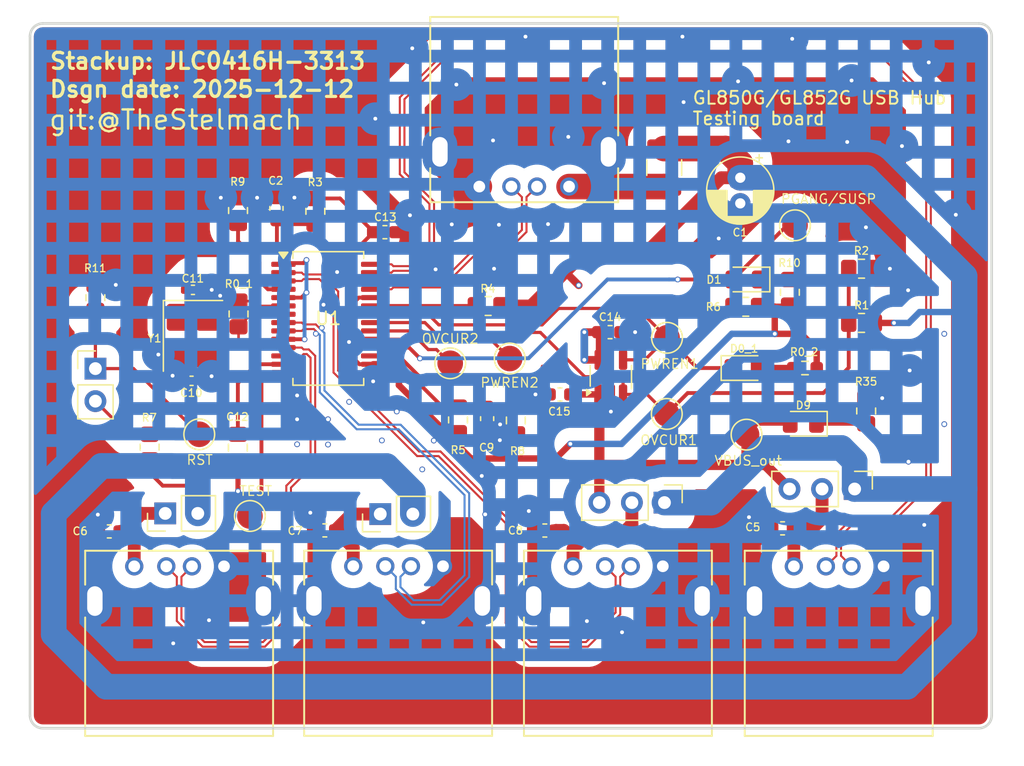
<source format=kicad_pcb>
(kicad_pcb (version 20241229) (generator "pcbnew") (generator_version "9.0")
  (layers (0 "F.Cu" signal) (4 "In1.Cu" power) (6 "In2.Cu" power) (2 "B.Cu" signal) (13 "F.Paste" user) (15 "B.Paste" user) (5 "F.SilkS" user "F.Silkscreen") (7 "B.SilkS" user "B.Silkscreen") (1 "F.Mask" user) (3 "B.Mask" user) (25 "Edge.Cuts" user))
  (net 0 "")
  (net 1 "/HSE_out")
  (net 2 "GND")
  (net 3 "/HSE_in")
  (net 4 "+5V")
  (net 5 "Net-(U1-V5)")
  (net 6 "Net-(C2-Pad2)")
  (net 7 "+3V3")
  (net 8 "3V")
  (net 9 "/RST")
  (net 10 "/PWREN1")
  (net 11 "Net-(D0_1-A)")
  (net 12 "Net-(D1-K)")
  (net 13 "Net-(J1-VBUS)")
  (net 14 "/D0P")
  (net 15 "/D0N")
  (net 16 "/D1N")
  (net 17 "/D1P")
  (net 18 "/D2N")
  (net 19 "/PGANG{slash}SUSP")
  (net 20 "/D2P")
  (net 21 "/D3N")
  (net 22 "/D3P")
  (net 23 "/D4N")
  (net 24 "/D4P")
  (net 25 "/OVCUR1")
  (net 26 "/RREF")
  (net 27 "Net-(U1-TEST{slash}SCL)")
  (net 28 "/PWREN2")
  (net 29 "/OVCUR2")
  (net 30 "Net-(J2-VBUS)")
  (net 31 "Net-(J3-VBUS)")
  (net 32 "Net-(J4-VBUS)")
  (net 33 "Net-(J5-VBUS)")
  (net 34 "VBUS_out")
  (net 35 "Net-(D9-K)")
  (net 36 "Net-(J10-Pin_2)")
  (footprint "LED_SMD:LED_0805_2012Metric_Pad1.15x1.40mm_HandSolder" (layer "F.Cu") (at 170.1375 83.48 180)
    (property "Reference" "D1")
    (property "Value" "LED")
  )
  (footprint "Connector_PinHeader_2.54mm:PinHeader_1x03_P2.54mm_Vertical" (layer "F.Cu") (at 178.61 99.83 -90)
    (property "Reference" "J6" (hide yes))
    (property "Value" "Conn_01x03_Pin")
  )
  (footprint "Resistor_SMD:R_0805_2012Metric_Pad1.20x1.40mm_HandSolder" (layer "F.Cu") (at 123.63 96.56 90)
    (property "Reference" "R7")
    (property "Value" "10k")
  )
  (footprint "Resistor_SMD:R_0805_2012Metric_Pad1.20x1.40mm_HandSolder" (layer "F.Cu") (at 179.51 93.74 90)
    (property "Reference" "R35")
    (property "Value" "500")
  )
  (footprint "My_Library:USB_A_2.0" (layer "F.Cu") (at 143.009299 105.855151)
    (property "Reference" "J4" (hide yes))
    (property "Value" "USB_A" (hide yes))
  )
  (footprint "Resistor_SMD:R_0805_2012Metric_Pad1.20x1.40mm_HandSolder" (layer "F.Cu") (at 173.56 84.48 -90)
    (property "Reference" "R10")
    (property "Value" "1k")
  )
  (footprint "Capacitor_SMD:C_0603_1608Metric_Pad1.08x0.95mm_HandSolder" (layer "F.Cu") (at 137.292501 103.06 180)
    (property "Reference" "C7")
    (property "Value" "100nF")
  )
  (footprint "Resistor_SMD:R_0805_2012Metric_Pad1.20x1.40mm_HandSolder" (layer "F.Cu") (at 179.15 82.64 180)
    (property "Reference" "R2")
    (property "Value" "20k")
  )
  (footprint "Resistor_SMD:R_0805_2012Metric_Pad1.20x1.40mm_HandSolder" (layer "F.Cu") (at 150.03 85.55)
    (property "Reference" "R4")
    (property "Value" "0")
  )
  (footprint "TestPoint:TestPoint_Pad_D2.0mm" (layer "F.Cu") (at 147.07 90.019998)
    (property "Reference" "TP7" (hide yes))
    (property "Value" "TestPoint")
  )
  (footprint "Connector_PinHeader_2.54mm:PinHeader_1x03_P2.54mm_Vertical" (layer "F.Cu") (at 163.78 100.89 -90)
    (property "Reference" "J9" (hide yes))
    (property "Value" "Conn_01x03_Pin")
  )
  (footprint "Connector_PinHeader_2.54mm:PinHeader_1x02_P2.54mm_Vertical" (layer "F.Cu") (at 141.6143 101.785151 90)
    (property "Reference" "J8" (hide yes))
    (property "Value" "Conn_01x02_Pin")
  )
  (footprint "Package_TO_SOT_SMD:SOT-23-5_HandSoldering" (layer "F.Cu") (at 159.6 91.1 90)
    (property "Reference" "U11" (hide yes))
    (property "Value" "AP2151WG")
  )
  (footprint "My_Library:USB_A_2.0" (layer "F.Cu") (at 125.929299 105.865151)
    (property "Reference" "J3" (hide yes))
    (property "Value" "USB_A" (hide yes))
  )
  (footprint "TestPoint:TestPoint_Pad_D2.0mm" (layer "F.Cu") (at 127.5 95.56 90)
    (property "Reference" "TP8" (hide yes))
    (property "Value" "TestPoint")
  )
  (footprint "TestPoint:TestPoint_Pad_D2.0mm" (layer "F.Cu") (at 163.96 93.97)
    (property "Reference" "TP5" (hide yes))
    (property "Value" "TestPoint")
  )
  (footprint "Resistor_SMD:R_0805_2012Metric_Pad1.20x1.40mm_HandSolder" (layer "F.Cu") (at 147.68 94.44 -90)
    (property "Reference" "R5")
    (property "Value" "0")
  )
  (footprint "Capacitor_SMD:C_0603_1608Metric_Pad1.08x0.95mm_HandSolder" (layer "F.Cu") (at 172.99 102.9)
    (property "Reference" "C5")
    (property "Value" "100nF")
  )
  (footprint "Capacitor_SMD:C_0603_1608Metric_Pad1.08x0.95mm_HandSolder" (layer "F.Cu") (at 159.5375 87.589999)
    (property "Reference" "C14")
    (property "Value" "2.2uF")
  )
  (footprint "Package_SO:SSOP-28_5.3x10.2mm_P0.65mm" (layer "F.Cu") (at 137.564179 86.519728)
    (property "Reference" "U1")
    (property "Value" "GL850G")
  )
  (footprint "LED_SMD:LED_0805_2012Metric_Pad1.15x1.40mm_HandSolder" (layer "F.Cu") (at 170.0625 90.39)
    (property "Reference" "D0_1")
    (property "Value" "LED")
  )
  (footprint "Capacitor_SMD:C_0603_1608Metric_Pad1.08x0.95mm_HandSolder" (layer "F.Cu") (at 149.95 94.34 -90)
    (property "Reference" "C9")
    (property "Value" "100nF")
  )
  (footprint "Resistor_SMD:R_0805_2012Metric_Pad1.20x1.40mm_HandSolder" (layer "F.Cu") (at 130.564179 86.169728 90)
    (property "Reference" "R0_1")
    (property "Value" "1M")
  )
  (footprint "Capacitor_SMD:C_0402_1005Metric_Pad0.74x0.62mm_HandSolder" (layer "F.Cu") (at 127.0075 84.29)
    (property "Reference" "C11")
    (property "Value" "12pF")
  )
  (footprint "Resistor_SMD:R_0805_2012Metric_Pad1.20x1.40mm_HandSolder" (layer "F.Cu") (at 170.12 85.61 180)
    (property "Reference" "R6")
    (property "Value" "100k")
  )
  (footprint "Resistor_SMD:R_0805_2012Metric_Pad1.20x1.40mm_HandSolder" (layer "F.Cu") (at 119.4 84.9 -90)
    (property "Reference" "R11")
    (property "Value" "100k")
  )
  (footprint "Connector_PinHeader_2.54mm:PinHeader_1x02_P2.54mm_Vertical" (layer "F.Cu") (at 124.8443 101.734451 90)
    (property "Reference" "J7" (hide yes))
    (property "Value" "Conn_01x02_Pin")
  )
  (footprint "TestPoint:TestPoint_Pad_D2.0mm" (layer "F.Cu") (at 163.98 88.03 180)
    (property "Reference" "TP4" (hide yes))
    (property "Value" "TestPoint")
  )
  (footprint "TestPoint:TestPoint_Pad_D2.0mm" (layer "F.Cu") (at 151.71 89.65)
    (property "Reference" "TP6" (hide yes))
    (property "Value" "TestPoint")
  )
  (footprint "Resistor_SMD:R_0805_2012Metric_Pad1.20x1.40mm_HandSolder" (layer "F.Cu") (at 179.15 86.87)
    (property "Reference" "R1")
    (property "Value" "10k")
  )
  (footprint "Capacitor_SMD:C_0603_1608Metric_Pad1.08x0.95mm_HandSolder" (layer "F.Cu") (at 120.482501 103.14 180)
    (property "Reference" "C6")
    (property "Value" "100nF")
  )
  (footprint "My_Library:USB_A_2.0" (layer "F.Cu") (at 177.369299 105.865151)
    (property "Reference" "J2" (hide yes))
    (property "Value" "USB_A" (hide yes))
  )
  (footprint "Resistor_SMD:R_0603_1608Metric_Pad0.98x0.95mm_HandSolder" (layer "F.Cu") (at 174.74 90.39 180)
    (property "Reference" "R0_2")
    (property "Value" "100k")
  )
  (footprint "My_Library:USB_A_2.0" (layer "F.Cu") (at 152.840001 76.2293 180)
    (property "Reference" "J1" (hide yes))
    (property "Value" "USB_A" (hide yes))
  )
  (footprint "Fuse:Fuse_1210_3225Metric_Pad1.42x2.65mm_HandSolder" (layer "F.Cu") (at 163.76 74.75 90)
    (property "Reference" "F1" (hide yes))
    (property "Value" "Fuse_Small")
  )
  (footprint "Resistor_SMD:R_0805_2012Metric_Pad1.20x1.40mm_HandSolder" (layer "F.Cu") (at 136.554179 78.159728 -90)
    (property "Reference" "R3")
    (property "Value" "0")
  )
  (footprint "Capacitor_SMD:C_0603_1608Metric_Pad1.08x0.95mm_HandSolder" (layer "F.Cu") (at 133.52 77.93 -90)
    (property "Reference" "C2")
    (property "Value" "100nF")
  )
  (footprint "Capacitor_SMD:C_0603_1608Metric_Pad1.08x0.95mm_HandSolder" (layer "F.Cu") (at 154.45 103.07 180)
    (property "Reference" "C8")
    (property "Value" "100nF")
  )
  (footprint "TestPoint:TestPoint_Pad_D2.0mm" (layer "F.Cu") (at 173.96 79.25)
    (property "Reference" "TP3" (hide yes))
    (property "Value" "TestPoint")
  )
  (footprint "TestPoint:TestPoint_Pad_D2.0mm" (layer "F.Cu") (at 131.449299 101.935151 90)
    (property "Reference" "TP1" (hide yes))
    (property "Value" "TestPoint")
  )
  (footprint "Capacitor_THT:CP_Radial_D5.0mm_P2.00mm" (layer "F.Cu") (at 169.69 75.539999 -90)
    (property "Reference" "C1")
    (property "Value" "100uF")
  )
  (footprint "LED_SMD:LED_0805_2012Metric_Pad1.15x1.40mm_HandSolder" (layer "F.Cu") (at 174.61 94.74 180)
    (property "Reference" "D9")
    (property "Value" "LED")
  )
  (footprint "My_Library:USB_A_2.0" (layer "F.Cu") (at 160.149999 105.86)
    (property "Reference" "J5" (hide yes))
    (property "Value" "USB_A" (hide yes))
  )
  (footprint "Capacitor_SMD:C_0805_2012Metric_Pad1.18x1.45mm_HandSolder" (layer "F.Cu") (at 130.51 96.6 -90)
    (property "Reference" "C12")
    (property "Value" "100nF")
  )
  (footprint "TestPoint:TestPoint_Pad_D2.0mm" (layer "F.Cu") (at 170.18 95.59)
    (property "Reference" "TP2" (hide yes))
    (property "Value" "TestPoint")
  )
  (footprint "Capacitor_SMD:C_0805_2012Metric_Pad1.18x1.45mm_HandSolder" (layer "F.Cu") (at 152.19 94.48 -90)
    (property "Reference" "R8")
    (property "Value" "?")
  )
  (footprint "Capacitor_SMD:C_0402_1005Metric_Pad0.74x0.62mm_HandSolder" (layer "F.Cu") (at 126.9 91.39 180)
    (property "Reference" "C10")
    (property "Value" "12pF")
  )
  (footprint "Capacitor_SMD:C_0603_1608Metric_Pad1.08x0.95mm_HandSolder" (layer "F.Cu") (at 141.9775 79.79)
    (property "Reference" "C13")
    (property "Value" "100nF")
  )
  (footprint "Connector_PinHeader_2.54mm:PinHeader_1x02_P2.54mm_Vertical" (layer "F.Cu") (at 119.4 90.435)
    (property "Reference" "J10" (hide yes))
    (property "Value" "Conn_01x02_Pin")
  )
  (footprint "Resistor_SMD:R_0805_2012Metric_Pad1.20x1.40mm_HandSolder" (layer "F.Cu") (at 130.524179 78.099728 -90)
    (property "Reference" "R9")
    (property "Value" "680")
  )
  (footprint "Capacitor_SMD:C_0603_1608Metric_Pad1.08x0.95mm_HandSolder" (layer "F.Cu") (at 155.63 92.45 180)
    (property "Reference" "C15")
    (property "Value" "2.2uF")
  )
  (footprint "Crystal:Crystal_SMD_3225-4Pin_3.2x2.5mm_HandSoldering" (layer "F.Cu") (at 127.01 87.88 -90)
    (property "Reference" "Y1")
    (property "Value" "12MHz")
  )
  (gr_arc (start 114.3 64.5) (mid 114.592893 63.792893) (end 115.3 63.5) (stroke (width 0.2)) (layer "Edge.Cuts"))
  (gr_line (start 115.3 63.5) (end 188.3 63.5) (stroke (width 0.2)) (layer "Edge.Cuts"))
  (gr_line (start 188.3 118.5) (end 115.3 118.5) (stroke (width 0.2)) (layer "Edge.Cuts"))
  (gr_line (start 114.3 117.5) (end 114.3 64.5) (stroke (width 0.2)) (layer "Edge.Cuts"))
  (gr_line (start 189.3 64.5) (end 189.3 117.5) (stroke (width 0.2)) (layer "Edge.Cuts"))
  (gr_arc (start 115.3 118.5) (mid 114.592893 118.207107) (end 114.3 117.5) (stroke (width 0.2)) (layer "Edge.Cuts"))
  (gr_arc (start 189.3 117.5) (mid 189.007107 118.207107) (end 188.3 118.5) (stroke (width 0.2)) (layer "Edge.Cuts"))
  (gr_arc (start 188.3 63.5) (mid 189.007107 63.792893) (end 189.3 64.5) (stroke (width 0.2)) (layer "Edge.Cuts"))
  (gr_text "OVCUR2" (at 144.79 88.55 0) (layer "F.SilkS") (effects (font (size 0.75 0.75) (thickness 0.1)) (justify left bottom)))
  (gr_text "PWREN2" (at 149.37 91.97 0) (layer "F.SilkS") (effects (font (size 0.75 0.75) (thickness 0.1)) (justify left bottom)))
  (gr_text "git:@TheStelmach" (at 115.68 71.9 0) (layer "F.SilkS") (effects (font (size 1.5 1.5) (thickness 0.1875)) (justify left bottom)))
  (gr_text "RST" (at 126.45 98 0) (layer "F.SilkS") (effects (font (size 0.75 0.75) (thickness 0.1)) (justify left bottom)))
  (gr_text "PGANG/SUSP" (at 172.8 77.64 0) (layer "F.SilkS") (effects (font (size 0.75 0.75) (thickness 0.1)) (justify left bottom)))
  (gr_text "TEST" (at 130.57 100.42 0) (layer "F.SilkS") (effects (font (size 0.75 0.75) (thickness 0.1)) (justify left bottom)))
  (gr_text "GL850G/GL852G USB Hub \nTesting board" (at 165.89 71.5 0) (layer "F.SilkS") (effects (font (size 1 1)) (justify left bottom)))
  (gr_text "Dsgn date: 2025-12-12" (at 115.71 69.36 0) (layer "F.SilkS") (effects (font (size 1.25 1.25) (thickness 0.25) (bold yes)) (justify left bottom)))
  (gr_text "Stackup: JLC0416H-3313" (at 115.73 67.17 0) (layer "F.SilkS") (effects (font (size 1.25 1.25) (thickness 0.25) (bold yes)) (justify left bottom)))
  (gr_text "OVCUR1" (at 161.83 96.46 0) (layer "F.SilkS") (effects (font (size 0.75 0.75) (thickness 0.1)) (justify left bottom)))
  (gr_text "PWREN1" (at 161.85 90.51 0) (layer "F.SilkS") (effects (font (size 0.75 0.75) (thickness 0.1)) (justify left bottom)))
  (gr_text "VBUS_out" (at 167.62 98.06 0) (layer "F.SilkS") (effects (font (size 0.75 0.75) (thickness 0.1)) (justify left bottom)))
  (segment (start 134.064179 86.194728) (end 131.539179 86.194728) (width 0.2) (layer "F.Cu") (net 1))
  (segment (start 129.37 89.33) (end 128.16 89.33) (width 0.2) (layer "F.Cu") (net 1))
  (segment (start 130.564179 87.169728) (end 130.564179 88.135821) (width 0.2) (layer "F.Cu") (net 1))
  (segment (start 131.539179 86.194728) (end 130.564179 87.169728) (width 0.2) (layer "F.Cu") (net 1))
  (segment (start 127.4675 91.39) (end 127.4675 90.0225) (width 0.2) (layer "F.Cu") (net 1))
  (segment (start 127.4675 90.0225) (end 128.16 89.33) (width 0.2) (layer "F.Cu") (net 1))
  (segment (start 130.564179 88.135821) (end 129.37 89.33) (width 0.2) (layer "F.Cu") (net 1))
  (segment (start 125.42 90.99) (end 125.86 90.55) (width 0.5) (layer "F.Cu") (net 2))
  (segment (start 181.36 82.64) (end 180.15 82.64) (width 0.4) (layer "F.Cu") (net 2))
  (segment (start 141.06 91.43) (end 141.06 90.748907) (width 0.4) (layer "F.Cu") (net 2))
  (segment (start 166.359999 108.57) (end 163.649999 105.86) (width 1) (layer "F.Cu") (net 2))
  (segment (start 136.4393 108.565151) (end 136.4393 103.062652) (width 1) (layer "F.Cu") (net 2))
  (segment (start 129.13 84.75) (end 129.13 85.46) (width 0.5) (layer "F.Cu") (net 2))
  (segment (start 128.55 84.69) (end 128.38 84.69) (width 0.5) (layer "F.Cu") (net 2))
  (segment (start 150.94 96.02) (end 151.29 96.02) (width 0.5) (layer "F.Cu") (net 2))
  (segment (start 150.5 95.28) (end 150.89 95.67) (width 0.5) (layer "F.Cu") (net 2))
  (segment (start 150.94 96.02) (end 150.767499 96.02) (width 0.5) (layer "F.Cu") (net 2))
  (segment (start 146.869299 105.855151) (end 149.579299 108.565151) (width 1) (layer "F.Cu") (net 2))
  (segment (start 143.93 78.47) (end 143.93 79.021407) (width 0.5) (layer "F.Cu") (net 2))
  (segment (start 153.62 101.97) (end 153.2 101.55) (width 0.4) (layer "F.Cu") (net 2))
  (segment (start 125.86 90.55) (end 125.86 91.35) (width 0.5) (layer "F.Cu") (net 2))
  (segment (start 129.789299 105.865151) (end 132.499299 108.575151) (width 1) (layer "F.Cu") (net 2))
  (segment (start 170.7993 104.006949) (end 171.901799 102.90445) (width 1) (layer "F.Cu") (net 2))
  (segment (start 125.86 91.35) (end 125.82 91.39) (width 0.5) (layer "F.Cu") (net 2))
  (segment (start 128.07 84.29) (end 128.47 84.29) (width 0.5) (layer "F.Cu") (net 2))
  (segment (start 151.29 96.02) (end 151.6875 96.02) (width 0.5) (layer "F.Cu") (net 2))
  (segment (start 166.719999 108.57) (end 166.359999 108.57) (width 1) (layer "F.Cu") (net 2))
  (segment (start 128.07 85.22) (end 127.95 85.34) (width 0.5) (layer "F.Cu") (net 2))
  (segment (start 151.29 95.21) (end 151.15 95.07) (width 0.5) (layer "F.Cu") (net 2))
  (segment (start 136.411799 103.035151) (end 136.411799 101.931799) (width 0.4) (layer "F.Cu") (net 2))
  (segment (start 127.575 85.845) (end 128.16 86.43) (width 0.5) (layer "F.Cu") (net 2))
  (segment (start 130.523907 77.1) (end 130.524179 77.099728) (width 0.5) (layer "F.Cu") (net 2))
  (segment (start 119.551799 103.124451) (end 119.551799 108.382652) (width 1) (layer "F.Cu") (net 2))
  (segment (start 150.95 95.27) (end 150.5 95.27) (width 0.5) (layer "F.Cu") (net 2))
  (segment (start 150.96 94.79) (end 150.362501 94.79) (width 0.5) (layer "F.Cu") (net 2))
  (segment (start 152.19 95.5175) (end 151.6775 95.5175) (width 0.4) (layer "F.Cu") (net 2))
  (segment (start 124.31 89.34) (end 125.85 89.34) (width 0.5) (layer "F.Cu") (net 2))
  (segment (start 152.19 95.5175) (end 151.7525 95.5175) (width 0.4) (layer "F.Cu") (net 2))
  (segment (start 129.13 85.46) (end 128.16 86.43) (width 0.5) (layer "F.Cu") (net 2))
  (segment (start 127.95 85.34) (end 128.76 85.34) (width 0.5) (layer "F.Cu") (net 2))
  (segment (start 153.58 103.1) (end 153.62 103.06) (width 1) (layer "F.Cu") (net 2))
  (segment (start 132.01 77.1) (end 130.524451 77.1) (width 0.5) (layer "F.Cu") (net 2))
  (segment (start 154.767499 92.45) (end 153.72 92.45) (width 0.4) (layer "F.Cu") (net 2))
  (segment (start 128.67 84.29) (end 129.13 84.75) (width 0.5) (layer "F.Cu") (net 2))
  (segment (start 119.551799 108.382652) (end 119.3593 108.575151) (width 1) (layer "F.Cu") (net 2))
  (segment (start 125.42 90.99) (end 125.42 89.77) (width 0.5) (layer "F.Cu") (net 2))
  (segment (start 130.52 100) (end 130.52 97.6475) (width 0.4) (layer "F.Cu") (net 2))
  (segment (start 161.49 87.59) (end 160.400001 87.589999) (width 0.4) (layer "F.Cu") (net 2))
  (segment (start 141.06 90.748907) (end 141.064179 90.744728) (width 0.4) (layer "F.Cu") (net 2))
  (segment (start 132.017772 77.092228) (end 132.01 77.1) (width 0.5) (layer "F.Cu") (net 2))
  (segment (start 180.76 92.74) (end 179.51 92.74) (width 0.4) (layer "F.Cu") (net 2))
  (segment (start 133.556407 77.09) (end 133.554179 77.092228) (width 0.5) (layer "F.Cu") (net 2))
  (segment (start 120.99 83.9) (end 119.4 83.9) (width 0.5) (layer "F.Cu") (net 2))
  (segment (start 146.509299 105.855151) (end 146.869299 105.855151) (width 1) (layer "F.Cu") (net 2))
  (segment (start 151.15 95.07) (end 150.95 95.27) (width 0.5) (layer "F.Cu") (net 2))
  (segment (start 180.869299 105.865151) (end 181.229299 105.865151) (width 1) (layer "F.Cu") (net 2))
  (segment (start 151.29 96.02) (end 151.29 95.21) (width 0.5) (layer "F.Cu") (net 2))
  (segment (start 181.229299 105.865151) (end 183.939299 108.575151) (width 1) (layer "F.Cu") (net 2))
  (segment (start 159.6 93.79) (end 159.6 92.45) (width 0.4) (layer "F.Cu") (net 2))
  (segment (start 126.3325 91.39) (end 125.82 91.39) (width 0.5) (layer "F.Cu") (net 2))
  (segment (start 136.4393 103.062652) (end 136.411799 103.035151) (width 1) (layer "F.Cu") (net 2))
  (segment (start 134.92 77.09) (end 133.556407 77.09) (width 0.5) (layer "F.Cu") (net 2))
  (segment (start 150.5 95.27) (end 150.5 95.28) (width 0.5) (layer "F.Cu") (net 2))
  (segment (start 153.62 103.06) (end 153.62 101.97) (width 0.4) (layer "F.Cu") (net 2))
  (segment (start 130.524451 77.1) (end 130.524179 77.099728) (width 0.5) (layer "F.Cu") (net 2))
  (segment (start 146.270001 73.5193) (end 146.630001 73.5193) (width 2) (layer "F.Cu") (net 2))
  (segment (start 151.4625 94.79) (end 152.19 95.5175) (width 0.5) (layer "F.Cu") (net 2))
  (segment (start 129.4293 105.865151) (end 129.789299 105.865151) (width 1) (layer "F.Cu") (net 2))
  (segment (start 150.767499 96.02) (end 149.95 95.202501) (width 0.5) (layer "F.Cu") (net 2))
  (segment (start 153.58 108.57) (end 153.58 103.1) (width 1) (layer "F.Cu") (net 2))
  (segment (start 128.69 84.83) (end 128.55 84.69) (width 0.5) (layer "F.Cu") (net 2))
  (segment (start 128.76 85.34) (end 128.76 84.9) (width 0.5) (layer "F.Cu") (net 2))
  (segment (start 150.362501 94.79) (end 149.95 95.202501) (width 0.5) (layer "F.Cu") (net 2))
  (segment (start 128.07 84.29) (end 128.07 85.22) (width 0.5) (layer "F.Cu") (net 2))
  (segment (start 128.47 84.29) (end 128.67 84.29) (width 0.5) (layer "F.Cu") (net 2))
  (segment (start 146.630001 73.5193) (end 149.340001 76.2293) (width 2) (layer "F.Cu") (net 2))
  (segment (start 119.59 103.08625) (end 119.551799 103.124451) (width 0.5) (layer "F.Cu") (net 2))
  (segment (start 136.411799 101.931799) (end 136.16 101.68) (width 0.4) (layer "F.Cu") (net 2))
  (segment (start 128.38 84.69) (end 128.38 84.97) (width 0.5) (layer "F.Cu") (net 2))
  (segment (start 171.901799 102.90445) (end 171.901799 102.731799) (width 0.4) (layer "F.Cu") (net 2))
  (segment (start 129.18 77.1) (end 130.523907 77.1) (width 0.5) (layer "F.Cu") (net 2))
  (segment (start 125.82 91.39) (end 125.42 90.99) (width 0.5) (layer "F.Cu") (net 2))
  (segment (start 125.42 89.77) (end 125.86 89.33) (width 0.5) (layer "F.Cu") (net 2))
  (segment (start 150.96 94.79) (end 151.4625 94.79) (width 0.5) (layer "F.Cu") (net 2))
  (segment (start 127.575 84.29) (end 128.07 84.29) (width 0.5) (layer "F.Cu") (net 2))
  (segment (start 119.59 101.83) (end 119.59 103.08625) (width 0.5) (layer "F.Cu") (net 2))
  (segment (start 151.6875 96.02) (end 152.19 95.5175) (width 0.5) (layer "F.Cu") (net 2))
  (segment (start 125.85 89.34) (end 125.86 89.33) (width 0.5) (layer "F.Cu") (net 2))
  (segment (start 143.93 79.021407) (end 143.171679 79.779728) (width 0.5) (layer "F.Cu") (net 2))
  (segment (start 128.38 84.97) (end 128.4 84.99) (width 0.5) (layer "F.Cu") (net 2))
  (segment (start 130.52 97.6475) (end 130.51 97.6375) (width 0.4) (layer "F.Cu") (net 2))
  (segment (start 125.86 89.33) (end 125.86 90.55) (width 0.5) (layer "F.Cu") (net 2))
  (segment (start 133.554179 77.092228) (end 132.017772 77.092228) (width 0.5) (layer "F.Cu") (net 2))
  (segment (start 127.575 84.29) (end 127.575 85.845) (width 0.5) (layer "F.Cu") (net 2))
  (segment (start 119.55 103.122652) (end 119.551799 103.124451) (width 0.4) (layer "F.Cu") (net 2))
  (segment (start 170.7993 108.575151) (end 170.7993 104.006949) (width 1) (layer "F.Cu") (net 2))
  (segment (start 128.76 84.9) (end 128.69 84.83) (width 0.5) (layer "F.Cu") (net 2))
  (via (at 150.87 79.21) (size 0.45) (drill 0.3) (layers "F.Cu" "B.Cu") (net 2))
  (via (at 144.11 65.44) (size 0.45) (drill 0.3) (layers "F.Cu" "B.Cu") (net 2))
  (via (at 135.13 94.39) (size 0.45) (drill 0.3) (layers "F.Cu" "B.Cu") (net 2))
  (via (at 119.59 101.83) (size 0.45) (drill 0.3) (layers "F.Cu" "B.Cu") (net 2))
  (via (at 145.79 96.05) (size 0.45) (drill 0.3) (layers "F.Cu" "B.Cu") (net 2))
  (via (at 125.47 111.874451) (size 0.45) (drill 0.3) (layers "F.Cu" "B.Cu") (net 2))
  (via (at 139.18 88.36) (size 0.45) (drill 0.3) (layers "F.Cu" "B.Cu") (net 2))
  (via (at 150.41 72.63) (size 0.45) (drill 0.3) (layers "F.Cu" "B.Cu") (net 2))
  (via (at 184.39 66.54) (size 0.45) (drill 0.3) (layers "F.Cu" "B.Cu") (net 2))
  (via (at 178.03 72.75) (size 0.45) (drill 0.3) (layers "F.Cu" "B.Cu") (net 2))
  (via (at 182.9 90.58) (size 0.45) (drill 0.3) (layers "F.Cu" "B.Cu") (net 2))
  (via (at 128.26 110.07) (size 0.45) (drill 0.3) (layers "F.Cu" "B.Cu") (net 2))
  (via (at 184.04 102.63) (size 0.45) (drill 0.3) (layers "F.Cu" "B.Cu") (net 2))
  (via (at 141.74 96.04) (size 0.45) (drill 0.3) (layers "F.Cu" "B.Cu") (net 2))
  (via (at 138.25 82.9) (size 0.45) (drill 0.3) (layers "F.Cu" "B.Cu") (net 2))
  (via (at 128.46 91.03) (size 0.45) (drill 0.3) (layers "F.Cu" "B.Cu") (net 2))
  (via (at 154.7 79.16) (size 0.45) (drill 0.3) (layers "F.Cu" "B.Cu") (net 2))
  (via (at 144.97 110.24) (size 0.45) (drill 0.3) (layers "F.Cu" "B.Cu") (net 2))
  (via (at 145.93 82.69) (size 0.45) (drill 0.3) (layers "F.Cu" "B.Cu") (net 2))
  (via (at 180.76 92.74) (size 0.45) (drill 0.3) (layers "F.Cu" "B.Cu") (net 2))
  (via (at 141.06 91.43) (size 0.45) (drill 0.3) (layers "F.Cu" "B.Cu") (net 2))
  (via (at 179.49 79.41) (size 0.45) (drill 0.3) (layers "F.Cu" "B.Cu") (net 2))
  (via (at 124.31 89.34) (size 0.45) (drill 0.3) (layers "F.Cu" "B.Cu") (net 2))
  (via (at 156.28 72.35) (size 0.45) (drill 0.3) (layers "F.Cu" "B.Cu") (net 2))
  (via (at 178.37 67.95) (size 0.45) (drill 0.3) (layers "F.Cu" "B.Cu") (net 2))
  (via (at 173.45 72.7) (size 0.45) (drill 0.3) (layers "F.Cu" "B.Cu") (net 2))
  (via (at 157.73 110.14) (size 0.45) (drill 0.3) (layers "F.Cu" "B.Cu") (net 2))
  (via (at 142.9 93.78) (size 0.45) (drill 0.3) (layers "F.Cu" "B.Cu") (net 2))
  (via (at 136.16 101.68) (size 0.45) (drill 0.3) (layers "F.Cu" "B.Cu") (net 2))
  (via (at 144.89 98.3) (size 0.45) (drill 0.3) (layers "F.Cu" "B.Cu") (net 2))
  (via (at 159.6 93.79) (size 0.45) (drill 0.3) (layers "F.Cu" "B.Cu") (net 2))
  (via (at 165.27 69.64) (size 0.45) (drill 0.3) (layers "F.Cu" "B.Cu") (net 2))
  (via (at 125.42 90.99) (size 0.45) (drill 0.3) (layers "F.Cu" "B.Cu") (net 2))
  (via (at 182.3 73.07) (size 0.45) (drill 0.3) (layers "F.Cu" "B.Cu") (net 2))
  (via (at 143.93 78.47) (size 0.45) (drill 0.3) (layers "F.Cu" "B.Cu") (net 2))
  (via (at 168.01 80.28) (size 0.45) (drill 0.3) (layers "F.Cu" "B.Cu") (net 2))
  (via (at 165.18 64.53) (size 0.45) (drill 0.3) (layers "F.Cu" "B.Cu") (net 2))
  (via (at 134.92 77.09) (size 0.45) (drill 0.3) (layers "F.Cu" "B.Cu") (net 2))
  (via (at 147.55 68.27) (size 0.45) (drill 0.3) (layers "F.Cu" "B.Cu") (net 2))
  (via (at 185.6 87.72) (size 0.45) (drill 0.3) (layers "F.Cu" "B.Cu") (net 2))
  (via (at 150.96 94.79) (size 0.45) (drill 0.3) (layers "F.Cu" "B.Cu") (net 2))
  (via (at 137.19 85.45) (size 0.45) (drill 0.3) (layers "F.Cu" "B.Cu") (net 2))
  (via (at 152.94 64.53) (size 0.45) (drill 0.3) (layers "F.Cu" "B.Cu") (net 2))
  (via (at 186.5 78.43) (size 0.45) (drill 0.3) (layers "F.Cu" "B.Cu") (net 2))
  (via (at 169.52 68.02) (size 0.45) (drill 0.3) (layers "F.Cu" "B.Cu") (net 2))
  (via (at 150.94 96.02) (size 0.45) (drill 0.3) (layers "F.Cu" "B.Cu") (net 2))
  (via (at 135.13 92.53) (size 0.45) (drill 0.3) (layers "F.Cu" "B.Cu") (net 2))
  (via (at 181.36 82.64) (size 0.45) (drill 0.3) (layers "F.Cu" "B.Cu") (net 2))
  (via (at 149.8 101.81) (size 0.45) (drill 0.3) (layers "F.Cu" "B.Cu") (net 2))
  (via (at 130.52 100) (size 0.45) (drill 0.3) (layers "F.Cu" "B.Cu") (net 2))
  (via (at 159.07 68.16) (size 0.45) (drill 0.3) (layers "F.Cu" "B.Cu") (net 2))
  (via (at 182.81 97.7) (size 0.45) (drill 0.3) (layers "F.Cu" "B.Cu") (net 2))
  (via (at 147.19 79.18) (size 0.45) (drill 0.3) (layers "F.Cu" "B.Cu") (net 2))
  (via (at 135.13 96.34) (size 0.45) (drill 0.3) (layers "F.Cu" "B.Cu") (net 2))
  (via (at 150.49 82.64) (size 0.45) (drill 0.3) (layers "F.Cu" "B.Cu") (net 2))
  (via (at 153.2 101.55) (size 0.45) (drill 0.3) (layers "F.Cu" "B.Cu") (net 2))
  (via (at 170.37 102.03) (size 0.45) (drill 0.3) (layers "F.Cu" "B.Cu") (net 2))
  (via (at 182.78 84.32) (size 0.45) (drill 0.3) (layers "F.Cu" "B.Cu") (net 2))
  (via (at 129.13 84.75) (size 0.45) (drill 0.3) (layers "F.Cu" "B.Cu") (net 2))
  (via (at 129.18 77.1) (size 0.45) (drill 0.3) (layers "F.Cu" "B.Cu") (net 2))
  (via (at 173.74 64.7) (size 0.45) (drill 0.3) (layers "F.Cu" "B.Cu") (net 2))
  (via (at 153.72 92.45) (size 0.45) (drill 0.3) (layers "F.Cu" "B.Cu") (net 2))
  (via (at 137.54 96.36) (size 0.45) (drill 0.3) (layers "F.Cu" "B.Cu") (net 2))
  (via (at 185.6 94.77) (size 0.45) (drill 0.3) (layers "F.Cu" "B.Cu") (net 2))
  (via (at 137.54 94.39) (size 0.45) (drill 0.3) (layers "F.Cu" "B.Cu") (net 2))
  (via (at 161.49 87.59) (size 0.45) (drill 0.3) (layers "F.Cu" "B.Cu") (net 2))
  (via (at 120.99 83.9) (size 0.45) (drill 0.3) (layers "F.Cu" "B.Cu") (net 2))
  (via (at 160.47 111.01) (size 0.45) (drill 0.3) (layers "F.Cu" "B.Cu") (net 2))
  (via (at 141.23 70.93) (size 0.45) (drill 0.3) (layers "F.Cu" "B.Cu") (net 2))
  (via (at 132.01 77.1) (size 0.45) (drill 0.3) (layers "F.Cu" "B.Cu") (net 2))
  (via (at 139.19 93.03) (size 0.45) (drill 0.3) (layers "F.Cu" "B.Cu") (net 2))
  (via (at 149.53 98.81) (size 0.45) (drill 0.3) (layers "F.Cu" "B.Cu") (net 2))
  (via (at 128.47 84.29) (size 0.45) (drill 0.3) (layers "F.Cu" "B.Cu") (net 2))
  (segment (start 132.279179 85.544728) (end 131.904179 85.169728) (width 0.2) (layer "F.Cu") (net 3))
  (segment (start 130.564179 85.169728) (end 128.724451 83.33) (width 0.2) (layer "F.Cu") (net 3))
  (segment (start 134.064179 85.544728) (end 132.279179 85.544728) (width 0.2) (layer "F.Cu") (net 3))
  (segment (start 128.724451 83.33) (end 126.92 83.33) (width 0.2) (layer "F.Cu") (net 3))
  (segment (start 126.44 85.85) (end 125.86 86.43) (width 0.2) (layer "F.Cu") (net 3))
  (segment (start 126.92 83.33) (end 126.44 83.81) (width 0.2) (layer "F.Cu") (net 3))
  (segment (start 126.44 83.81) (end 126.44 84.29) (width 0.2) (layer "F.Cu") (net 3))
  (segment (start 126.44 84.29) (end 126.44 85.85) (width 0.2) (layer "F.Cu") (net 3))
  (segment (start 131.904179 85.169728) (end 130.564179 85.169728) (width 0.2) (layer "F.Cu") (net 3))
  (segment (start 169.69 74.41) (end 169.69 75.539999) (width 2) (layer "F.Cu") (net 4))
  (segment (start 127.3893 100.345152) (end 127.3893 101.729451) (width 0.3) (layer "F.Cu") (net 4))
  (segment (start 168.210001 75.539999) (end 169.69 75.539999) (width 1) (layer "F.Cu") (net 4))
  (segment (start 168.5425 73.2625) (end 169.69 74.41) (width 2) (layer "F.Cu") (net 4))
  (segment (start 157.53 89.75) (end 158.65 89.75) (width 0.6) (layer "F.Cu") (net 4))
  (segment (start 163.76 73.2625) (end 168.5425 73.2625) (width 2) (layer "F.Cu") (net 4))
  (segment (start 153.37 85.55) (end 156.04 82.88) (width 1) (layer "F.Cu") (net 4))
  (segment (start 157.530001 87.589999) (end 158.674999 87.589999) (width 0.6) (layer "F.Cu") (net 4))
  (segment (start 158.674999 89.725001) (end 158.65 89.75) (width 0.5) (layer "F.Cu") (net 4))
  (segment (start 126.614148 99.57) (end 127.3893 100.345152) (width 0.3) (layer "F.Cu") (net 4))
  (segment (start 157.09 83.93) (end 156.04 82.88) (width 0.6) (layer "F.Cu") (net 4))
  (segment (start 123.63 97.58) (end 123.63 98.55) (width 0.3) (layer "F.Cu") (net 4))
  (segment (start 156.04 82.88) (end 157.69 81.23) (width 1) (layer "F.Cu") (net 4))
  (segment (start 124.65 99.57) (end 126.614148 99.57) (width 0.3) (layer "F.Cu") (net 4))
  (segment (start 162.52 81.23) (end 168.210001 75.539999) (width 1) (layer "F.Cu") (net 4))
  (segment (start 151.03 85.55) (end 153.37 85.55) (width 1) (layer "F.Cu") (net 4))
  (segment (start 157.53 87.59) (end 157.530001 87.589999) (width 0.5) (layer "F.Cu") (net 4))
  (segment (start 123.63 98.55) (end 124.65 99.57) (width 0.3) (layer "F.Cu") (net 4))
  (segment (start 157.69 81.23) (end 162.52 81.23) (width 1) (layer "F.Cu") (net 4))
  (segment (start 180.15 86.87) (end 181.68 86.87) (width 0.5) (layer "F.Cu") (net 4))
  (segment (start 158.674999 87.589999) (end 158.674999 89.725001) (width 0.5) (layer "F.Cu") (net 4))
  (segment (start 127.3893 101.729451) (end 127.3843 101.734451) (width 0.3) (layer "F.Cu") (net 4))
  (via (at 157.09 83.93) (size 0.45) (drill 0.3) (layers "F.Cu" "B.Cu") (net 4))
  (via (at 157.53 87.59) (size 0.45) (drill 0.3) (layers "F.Cu" "B.Cu") (net 4))
  (via (at 157.53 89.75) (size 0.45) (drill 0.3) (layers "F.Cu" "B.Cu") (net 4))
  (via (at 181.68 86.87) (size 0.45) (drill 0.3) (layers "F.Cu" "B.Cu") (net 4))
  (segment (start 163.78 100.89) (end 167.41 100.89) (width 2) (layer "B.Cu") (net 4))
  (segment (start 182.7 115.26) (end 120.24 115.26) (width 2) (layer "B.Cu") (net 4))
  (segment (start 116.15 111.17) (end 116.15 101.75) (width 2) (layer "B.Cu") (net 4))
  (segment (start 127.73 98.04) (end 125.42 98.04) (width 2) (layer "B.Cu") (net 4))
  (segment (start 119.87 98.03) (end 125.41 98.03) (width 2) (layer "B.Cu") (net 4))
  (segment (start 187.18 86.02) (end 187.18 99.82) (width 2) (layer "B.Cu") (net 4))
  (segment (start 187.18 110.78) (end 182.7 115.26) (width 2) (layer "B.Cu") (net 4))
  (segment (start 179.499999 75.539999) (end 187.18 83.22) (width 2) (layer "B.Cu") (net 4))
  (segment (start 178.61 99.83) (end 187.17 99.83) (width 2) (layer "B.Cu") (net 4))
  (segment (start 144.1543 100.0843) (end 142.11 98.04) (width 2) (layer "B.Cu") (net 4))
  (segment (start 144.1543 101.785151) (end 144.1543 100.0843) (width 2) (layer "B.Cu") (net 4))
  (segment (start 187.18 99.82) (end 187.18 110.78) (width 2) (layer "B.Cu") (net 4))
  (segment (start 142.11 98.04) (end 127.73 98.04) (width 2) (layer "B.Cu") (net 4))
  (segment (start 169.69 75.539999) (end 179.499999 75.539999) (width 2) (layer "B.Cu") (net 4))
  (segment (start 182.83 86.87) (end 183.68 86.02) (width 0.5) (layer "B.Cu") (net 4))
  (segment (start 177.58 96.63) (end 178.61 97.66) (width 2) (layer "B.Cu") (net 4))
  (segment (start 127.3843 101.734451) (end 127.3843 98.3857) (width 2) (layer "B.Cu") (net 4))
  (segment (start 178.61 97.66) (end 178.61 99.83) (width 2) (layer "B.Cu") (net 4))
  (segment (start 181.68 86.87) (end 182.83 86.87) (width 0.5) (layer "B.Cu") (net 4))
  (segment (start 167.41 100.89) (end 171.67 96.63) (width 2) (layer "B.Cu") (net 4))
  (segment (start 120.24 115.26) (end 116.15 111.17) (width 2) (layer "B.Cu") (net 4))
  (segment (start 157.53 87.59) (end 157.53 89.75) (width 0.6) (layer "B.Cu") (net 4))
  (segment (start 187.17 99.83) (end 187.18 99.82) (width 2) (layer "B.Cu") (net 4))
  (segment (start 116.15 101.75) (end 119.87 98.03) (width 2) (layer "B.Cu") (net 4))
  (segment (start 187.18 83.22) (end 187.18 86.02) (width 2) (layer "B.Cu") (net 4))
  (segment (start 171.67 96.63) (end 177.58 96.63) (width 2) (layer "B.Cu") (net 4))
  (segment (start 125.42 98.04) (end 125.41 98.03) (width 1) (layer "B.Cu") (net 4))
  (segment (start 183.68 86.02) (end 187.18 86.02) (width 0.5) (layer "B.Cu") (net 4))
  (segment (start 149.024728 85.544728) (end 149.03 85.55) (width 0.3) (layer "F.Cu") (net 5))
  (segment (start 141.064179 85.544728) (end 149.024728 85.544728) (width 0.3) (layer "F.Cu") (net 5))
  (segment (start 133.554179 80.784179) (end 133.554179 79.167228) (width 0.3) (layer "F.Cu") (net 6))
  (segment (start 133.561679 79.159728) (end 133.554179 79.167228) (width 0.3) (layer "F.Cu") (net 6))
  (segment (start 135.465272 84.894728) (end 135.86 84.5) (width 0.3) (layer "F.Cu") (net 6))
  (segment (start 134.158907 82.2) (end 135.62 82.2) (width 0.3) (layer "F.Cu") (net 6))
  (segment (start 134.064179 81.294179) (end 133.554179 80.784179) (width 0.3) (layer "F.Cu") (net 6))
  (segment (start 135.62 82.2) (end 135.86 81.96) (width 0.3) (layer "F.Cu") (net 6))
  (segment (start 134.064179 88.144728) (end 135.704728 88.144728) (width 0.3) (layer "F.Cu") (net 6))
  (segment (start 134.064179 82.294728) (end 134.064179 81.294179) (width 0.3) (layer "F.Cu") (net 6))
  (segment (start 135.704728 88.144728) (end 135.71 88.15) (width 0.3) (layer "F.Cu") (net 6))
  (segment (start 134.064179 84.894728) (end 135.465272 84.894728) (width 0.3) (layer "F.Cu") (net 6))
  (segment (start 136.554179 79.159728) (end 133.561679 79.159728) (width 0.3) (layer "F.Cu") (net 6))
  (segment (start 134.064179 82.294728) (end 134.158907 82.2) (width 0.3) (layer "F.Cu") (net 6))
  (via (at 135.86 81.96) (size 0.45) (drill 0.3) (layers "F.Cu" "B.Cu") (net 6))
  (via (at 135.71 88.15) (size 0.45) (drill 0.3) (layers "F.Cu" "B.Cu") (net 6))
  (via (at 135.86 84.5) (size 0.45) (drill 0.3) (layers "F.Cu" "B.Cu") (net 6))
  (segment (start 135.71 88.15) (end 135.71 84.65) (width 0.3) (layer "B.Cu") (net 6))
  (segment (start 135.71 84.65) (end 135.86 84.5) (width 0.3) (layer "B.Cu") (net 6))
  (segment (start 135.86 84.5) (end 135.86 81.96) (width 0.3) (layer "B.Cu") (net 6))
  (segment (start 141.064179 90.094728) (end 139.994728 90.094728) (width 0.3) (layer "F.Cu") (net 7))
  (segment (start 143.07 91.73) (end 146.78 95.44) (width 0.5) (layer "F.Cu") (net 7))
  (segment (start 173.43 85.61) (end 173.56 85.48) (width 0.5) (layer "F.Cu") (net 7))
  (segment (start 147.68 95.44) (end 147.68 96.44) (width 0.5) (layer "F.Cu") (net 7))
  (segment (start 138.476679 77.159728) (end 141.096679 79.779728) (width 0.3) (layer "F.Cu") (net 7))
  (segment (start 139.7 89.8) (end 139.7 85.13) (width 0.3) (layer "F.Cu") (net 7))
  (segment (start 142.144728 90.094728) (end 143.07 91.02) (width 0.5) (layer "F.Cu") (net 7))
  (segment (start 148.69 97.45) (end 155.3 97.45) (width 0.5) (layer "F.Cu") (net 7))
  (segment (start 141.064179 90.094728) (end 142.144728 90.094728) (width 0.5) (layer "F.Cu") (net 7))
  (segment (start 147.68 96.44) (end 148.69 97.45) (width 0.5) (layer "F.Cu") (net 7))
  (segment (start 139.82 85.01) (end 139.935272 84.894728) (width 0.3) (layer "F.Cu") (net 7))
  (segment (start 172.38 87.72) (end 172.38 85.61) (width 0.5) (layer "F.Cu") (net 7))
  (segment (start 139.82 85.01) (end 139.35 84.54) (width 0.3) (layer "F.Cu") (net 7))
  (segment (start 139.994728 90.094728) (end 139.7 89.8) (width 0.3) (layer "F.Cu") (net 7))
  (segment (start 155.3 97.45) (end 156.44 96.31) (width 0.5) (layer "F.Cu") (net 7))
  (segment (start 175.6525 90.39) (end 175.6525 88.9325) (width 0.5) (layer "F.Cu") (net 7))
  (segment (start 171.12 85.61) (end 172.38 85.61) (width 0.5) (layer "F.Cu") (net 7))
  (segment (start 175.6525 88.9325) (end 174.44 87.72) (width 0.5) (layer "F.Cu") (net 7))
  (segment (start 136.554179 77.159728) (end 138.476679 77.159728) (width 0.3) (layer "F.Cu") (net 7))
  (segment (start 139.7 85.13) (end 139.82 85.01) (width 0.3) (layer "F.Cu") (net 7))
  (segment (start 139.935272 84.894728) (end 141.064179 84.894728) (width 0.3) (layer "F.Cu") (net 7))
  (segment (start 146.78 95.44) (end 147.68 95.44) (width 0.5) (layer "F.Cu") (net 7))
  (segment (start 172.38 85.61) (end 173.43 85.61) (width 0.5) (layer "F.Cu") (net 7))
  (segment (start 143.07 91.02) (end 143.07 91.73) (width 0.5) (layer "F.Cu") (net 7))
  (segment (start 174.44 87.72) (end 172.38 87.72) (width 0.5) (layer "F.Cu") (net 7))
  (segment (start 139.35 81.526407) (end 141.096679 79.779728) (width 0.3) (layer "F.Cu") (net 7))
  (segment (start 139.35 84.54) (end 139.35 81.526407) (width 0.3) (layer "F.Cu") (net 7))
  (via (at 172.38 87.72) (size 0.45) (drill 0.3) (layers "F.Cu" "B.Cu") (net 7))
  (via (at 156.44 96.31) (size 0.45) (drill 0.3) (layers "F.Cu" "B.Cu") (net 7))
  (segment (start 156.44 96.31) (end 160.44 96.31) (width 0.5) (layer "B.Cu") (net 7))
  (segment (start 169.03 87.72) (end 172.38 87.72) (width 0.5) (layer "B.Cu") (net 7))
  (segment (start 160.44 96.31) (end 169.03 87.72) (width 0.5) (layer "B.Cu") (net 7))
  (segment (start 146.48 93.44) (end 144.59 91.55) (width 0.3) (layer "F.Cu") (net 8))
  (segment (start 147.68 93.44) (end 149.875 93.44) (width 0.3) (layer "F.Cu") (net 8))
  (segment (start 149.875 93.44) (end 149.88 93.445) (width 0.3) (layer "F.Cu") (net 8))
  (segment (start 149.8825 93.4425) (end 149.88 93.445) (width 0.3) (layer "F.Cu") (net 8))
  (segment (start 147.68 93.44) (end 146.48 93.44) (width 0.3) (layer "F.Cu") (net 8))
  (segment (start 152.19 93.4425) (end 149.8825 93.4425) (width 0.3) (layer "F.Cu") (net 8))
  (segment (start 143.054728 89.444728) (end 141.064179 89.444728) (width 0.3) (layer "F.Cu") (net 8))
  (segment (start 144.59 90.98) (end 143.054728 89.444728) (width 0.3) (layer "F.Cu") (net 8))
  (segment (start 144.59 91.55) (end 144.59 90.98) (width 0.3) (layer "F.Cu") (net 8))
  (segment (start 134.064179 90.094728) (end 131.975272 90.094728) (width 0.3) (layer "F.Cu") (net 9))
  (segment (start 131.975272 90.094728) (end 130.51 91.56) (width 0.3) (layer "F.Cu") (net 9))
  (segment (start 119.4 90.435) (end 122.375 90.435) (width 0.25) (layer "F.Cu") (net 9))
  (segment (start 127.5 95.56) (end 130.5075 95.56) (width 0.3) (layer "F.Cu") (net 9))
  (segment (start 130.51 91.56) (end 130.51 95.5625) (width 0.3) (layer "F.Cu") (net 9))
  (segment (start 122.375 90.435) (end 127.5 95.56) (width 0.25) (layer "F.Cu") (net 9))
  (segment (start 119.4 90.435) (end 119.4 85.9) (width 0.25) (layer "F.Cu") (net 9))
  (segment (start 130.5075 95.56) (end 130.51 95.5625) (width 0.3) (layer "F.Cu") (net 9))
  (segment (start 162.25 89.75) (end 160.55 89.75) (width 0.25) (layer "F.Cu") (net 10))
  (segment (start 166.34 90.39) (end 163.98 88.03) (width 0.3) (layer "F.Cu") (net 10))
  (segment (start 163.98 88.03) (end 163.97 88.03) (width 0.25) (layer "F.Cu") (net 10))
  (segment (start 155.52 85.74) (end 161.69 85.74) (width 0.25) (layer "F.Cu") (net 10))
  (segment (start 161.69 85.74) (end 163.98 88.03) (width 0.25) (layer "F.Cu") (net 10))
  (segment (start 169.037501 90.39) (end 166.34 90.39) (width 0.3) (layer "F.Cu") (net 10))
  (segment (start 154.24 87.02) (end 155.52 85.74) (width 0.25) (layer "F.Cu") (net 10))
  (segment (start 145.354728 86.194728) (end 146.18 87.02) (width 0.25) (layer "F.Cu") (net 10))
  (segment (start 146.18 87.02) (end 154.24 87.02) (width 0.25) (layer "F.Cu") (net 10))
  (segment (start 163.97 88.03) (end 162.25 89.75) (width 0.25) (layer "F.Cu") (net 10))
  (segment (start 141.064179 86.194728) (end 145.354728 86.194728) (width 0.25) (layer "F.Cu") (net 10))
  (segment (start 173.8275 90.39) (end 171.087499 90.39) (width 0.5) (layer "F.Cu") (net 11))
  (segment (start 171.162499 83.48) (end 173.56 83.48) (width 0.3) (layer "F.Cu") (net 12))
  (segment (start 163.7518 76.2293) (end 163.76 76.2375) (width 2) (layer "F.Cu") (net 13))
  (segment (start 156.340001 76.2293) (end 163.7518 76.2293) (width 2) (layer "F.Cu") (net 13))
  (segment (start 152.659301 79.615149) (end 152.659301 77.0486) (width 0.1582) (layer "F.Cu") (net 14))
  (segment (start 151.40515 80.8693) (end 152.659301 79.615149) (width 0.1582) (layer "F.Cu") (net 14))
  (segment (start 149.17515 80.8693) (end 151.40515 80.8693) (width 0.1582) (layer "F.Cu") (net 14))
  (segment (start 142.63348 83.739028) (end 146.305422 83.739028) (width 0.1582) (layer "F.Cu") (net 14))
  (segment (start 142.48918 83.594728) (end 142.63348 83.739028) (width 0.1582) (layer "F.Cu") (net 14))
  (segment (start 146.305422 83.739028) (end 149.17515 80.8693) (width 0.1582) (layer "F.Cu") (net 14))
  (segment (start 141.064179 83.594728) (end 142.48918 83.594728) (width 0.1582) (layer "F.Cu") (net 14))
  (segment (start 152.659301 77.0486) (end 151.840001 76.2293) (width 0.1582) (layer "F.Cu") (net 14))
  (segment (start 146.455122 84.100428) (end 149.32485 81.2307) (width 0.1582) (layer "F.Cu") (net 15))
  (segment (start 153.020701 77.0486) (end 153.840001 76.2293) (width 0.1582) (layer "F.Cu") (net 15))
  (segment (start 142.48918 84.244728) (end 142.63348 84.100428) (width 0.1582) (layer "F.Cu") (net 15))
  (segment (start 141.064179 84.244728) (end 142.48918 84.244728) (width 0.1582) (layer "F.Cu") (net 15))
  (segment (start 149.32485 81.2307) (end 151.55485 81.2307) (width 0.1582) (layer "F.Cu") (net 15))
  (segment (start 142.63348 84.100428) (end 146.455122 84.100428) (width 0.1582) (layer "F.Cu") (net 15))
  (segment (start 153.020701 79.764849) (end 153.020701 77.0486) (width 0.1582) (layer "F.Cu") (net 15))
  (segment (start 151.55485 81.2307) (end 153.020701 79.764849) (width 0.1582) (layer "F.Cu") (net 15))
  (segment (start 142.63348 82.800428) (end 144.395122 82.800428) (width 0.1582) (layer "F.Cu") (net 16))
  (segment (start 146.79485 66.1207) (end 180.72515 66.1207) (width 0.1582) (layer "F.Cu") (net 16))
  (segment (start 145.8107 81.38485) (end 145.8107 77.42515) (width 0.1582) (layer "F.Cu") (net 16))
  (segment (start 184.19 69.58555) (end 184.19 99.3) (width 0.1582) (layer "F.Cu") (net 16))
  (segment (start 145.8107 77.42515) (end 143.5007 75.11515) (width 0.1582) (layer "F.Cu") (net 16))
  (segment (start 143.5007 75.11515) (end 143.5007 69.41485) (width 0.1582) (layer "F.Cu") (net 16))
  (segment (start 177.188599 105.045851) (end 176.369299 105.865151) (width 0.1582) (layer "F.Cu") (net 16))
  (segment (start 141.064179 82.944728) (end 142.48918 82.944728) (width 0.1582) (layer "F.Cu") (net 16))
  (segment (start 142.48918 82.944728) (end 142.63348 82.800428) (width 0.1582) (layer "F.Cu") (net 16))
  (segment (start 178.35445 102.174451) (end 177.188599 103.340302) (width 0.1582) (layer "F.Cu") (net 16))
  (segment (start 181.315549 102.174451) (end 178.35445 102.174451) (width 0.1582) (layer "F.Cu") (net 16))
  (segment (start 143.5007 69.41485) (end 146.79485 66.1207) (width 0.1582) (layer "F.Cu") (net 16))
  (segment (start 144.395122 82.800428) (end 145.8107 81.38485) (width 0.1582) (layer "F.Cu") (net 16))
  (segment (start 184.19 99.3) (end 181.315549 102.174451) (width 0.1582) (layer "F.Cu") (net 16))
  (segment (start 177.188599 103.340302) (end 177.188599 105.045851) (width 0.1582) (layer "F.Cu") (net 16))
  (segment (start 180.72515 66.1207) (end 184.19 69.58555) (width 0.1582) (layer "F.Cu") (net 16))
  (segment (start 143.1393 69.26515) (end 146.64515 65.7593) (width 0.1582) (layer "F.Cu") (net 17))
  (segment (start 142.63348 82.439028) (end 144.245422 82.439028) (width 0.1582) (layer "F.Cu") (net 17))
  (segment (start 181.465249 102.535851) (end 178.50415 102.535851) (width 0.1582) (layer "F.Cu") (net 17))
  (segment (start 178.50415 102.535851) (end 177.549999 103.490002) (width 0.1582) (layer "F.Cu") (net 17))
  (segment (start 177.549999 105.045851) (end 178.369299 105.865151) (width 0.1582) (layer "F.Cu") (net 17))
  (segment (start 141.064179 82.294728) (end 142.48918 82.294728) (width 0.1582) (layer "F.Cu") (net 17))
  (segment (start 142.48918 82.294728) (end 142.63348 82.439028) (width 0.1582) (layer "F.Cu") (net 17))
  (segment (start 184.5514 69.43585) (end 184.5514 99.4497) (width 0.1582) (layer "F.Cu") (net 17))
  (segment (start 184.5514 99.4497) (end 181.465249 102.535851) (width 0.1582) (layer "F.Cu") (net 17))
  (segment (start 177.549999 103.490002) (end 177.549999 105.045851) (width 0.1582) (layer "F.Cu") (net 17))
  (segment (start 146.64515 65.7593) (end 180.87485 65.7593) (width 0.1582) (layer "F.Cu") (net 17))
  (segment (start 180.87485 65.7593) (end 184.5514 69.43585) (width 0.1582) (layer "F.Cu") (net 17))
  (segment (start 145.4493 77.57485) (end 143.1393 75.26485) (width 0.1582) (layer "F.Cu") (net 17))
  (segment (start 143.1393 75.26485) (end 143.1393 69.26515) (width 0.1582) (layer "F.Cu") (net 17))
  (segment (start 144.245422 82.439028) (end 145.4493 81.23515) (width 0.1582) (layer "F.Cu") (net 17))
  (segment (start 145.4493 81.23515) (end 145.4493 77.57485) (width 0.1582) (layer "F.Cu") (net 17))
  (segment (start 153.393449 111.773751) (end 151.759999 110.140301) (width 0.1582) (layer "F.Cu") (net 18))
  (segment (start 135.48918 82.944728) (end 134.064179 82.944728) (width 0.1582) (layer "F.Cu") (net 18))
  (segment (start 151.759999 102.349999) (end 146.31 96.9) (width 0.1582) (layer "F.Cu") (net 18))
  (segment (start 144.64 96.9) (end 138.3314 90.5914) (width 0.1582) (layer "F.Cu") (net 18))
  (segment (start 138.3314 84.411399) (end 137.009029 83.089028) (width 0.1582) (layer "F.Cu") (net 18))
  (segment (start 151.759999 110.140301) (end 151.759999 102.349999) (width 0.1582) (layer "F.Cu") (net 18))
  (segment (start 138.3314 90.5914) (end 138.3314 84.411399) (width 0.1582) (layer "F.Cu") (net 18))
  (segment (start 137.009029 83.089028) (end 135.63348 83.089028) (width 0.1582) (layer "F.Cu") (net 18))
  (segment (start 159.969299 109.465151) (end 157.660699 111.773751) (width 0.1582) (layer "F.Cu") (net 18))
  (segment (start 159.149999 105.86) (end 159.969299 106.6793) (width 0.1582) (layer "F.Cu") (net 18))
  (segment (start 157.660699 111.773751) (end 153.393449 111.773751) (width 0.1582) (layer "F.Cu") (net 18))
  (segment (start 146.31 96.9) (end 144.64 96.9) (width 0.1582) (layer "F.Cu") (net 18))
  (segment (start 135.63348 83.089028) (end 135.48918 82.944728) (width 0.1582) (layer "F.Cu") (net 18))
  (segment (start 159.969299 106.6793) (end 159.969299 109.465151) (width 0.1582) (layer "F.Cu") (net 18))
  (segment (start 169.12 85.61) (end 169.12 83.487499) (width 0.3) (layer "F.Cu") (net 19))
  (segment (start 141.064179 88.794728) (end 143.864728 88.794728) (width 0.3) (layer "F.Cu") (net 19))
  (segment (start 143.864728 88.794728) (end 144.71 89.64) (width 0.3) (layer "F.Cu") (net 19))
  (segment (start 169.12 83.487499) (end 169.112501 83.48) (width 0.3) (layer "F.Cu") (net 19))
  (segment (start 164.81 83.48) (end 169.112501 83.48) (width 0.3) (layer "F.Cu") (net 19))
  (segment (start 173.342501 79.25) (end 173.96 79.25) (width 0.3) (layer "F.Cu") (net 19))
  (segment (start 169.112501 83.48) (end 173.342501 79.25) (width 0.3) (layer "F.Cu") (net 19))
  (via (at 164.81 83.48) (size 0.45) (drill 0.3) (layers "F.Cu" "B.Cu") (net 19))
  (via (at 144.71 89.64) (size 0.45) (drill 0.3) (layers "F.Cu" "B.Cu") (net 19))
  (segment (start 153.18 89.63) (end 154.79 88.02) (width 0.3) (layer "B.Cu") (net 19))
  (segment (start 164.14 83.48) (end 164.81 83.48) (width 0.3) (layer "B.Cu") (net 19))
  (segment (start 154.79 88.02) (end 159.33 83.48) (width 0.3) (layer "B.Cu") (net 19))
  (segment (start 152.12 89.63) (end 153.18 89.63) (width 0.3) (layer "B.Cu") (net 19))
  (segment (start 159.33 83.48) (end 164.14 83.48) (width 0.3) (layer "B.Cu") (net 19))
  (segment (start 144.71 89.64) (end 144.72 89.63) (width 0.3) (layer "B.Cu") (net 19))
  (segment (start 144.72 89.63) (end 152.12 89.63) (width 0.3) (layer "B.Cu") (net 19))
  (segment (start 161.149999 105.86) (end 160.330699 106.6793) (width 0.1582) (layer "F.Cu") (net 20))
  (segment (start 144.4903 97.2614) (end 137.97 90.7411) (width 0.1582) (layer "F.Cu") (net 20))
  (segment (start 151.398599 102.499699) (end 146.1603 97.2614) (width 0.1582) (layer "F.Cu") (net 20))
  (segment (start 135.48918 83.594728) (end 134.064179 83.594728) (width 0.1582) (layer "F.Cu") (net 20))
  (segment (start 153.243749 112.135151) (end 151.398599 110.290001) (width 0.1582) (layer "F.Cu") (net 20))
  (segment (start 151.398599 110.290001) (end 151.398599 102.499699) (width 0.1582) (layer "F.Cu") (net 20))
  (segment (start 157.810399 112.135151) (end 153.243749 112.135151) (width 0.1582) (layer "F.Cu") (net 20))
  (segment (start 160.330699 106.6793) (end 160.330699 109.614851) (width 0.1582) (layer "F.Cu") (net 20))
  (segment (start 136.859329 83.450428) (end 135.63348 83.450428) (width 0.1582) (layer "F.Cu") (net 20))
  (segment (start 146.1603 97.2614) (end 144.4903 97.2614) (width 0.1582) (layer "F.Cu") (net 20))
  (segment (start 137.97 84.561099) (end 136.859329 83.450428) (width 0.1582) (layer "F.Cu") (net 20))
  (segment (start 137.97 90.7411) (end 137.97 84.561099) (width 0.1582) (layer "F.Cu") (net 20))
  (segment (start 160.330699 109.614851) (end 157.810399 112.135151) (width 0.1582) (layer "F.Cu") (net 20))
  (segment (start 135.63348 83.450428) (end 135.48918 83.594728) (width 0.1582) (layer "F.Cu") (net 20))
  (segment (start 135.48918 86.844728) (end 135.63348 86.989028) (width 0.1582) (layer "F.Cu") (net 21))
  (segment (start 134.064179 86.844728) (end 135.48918 86.844728) (width 0.1582) (layer "F.Cu") (net 21))
  (segment (start 135.63348 86.989028) (end 136.589028 86.989028) (width 0.1582) (layer "F.Cu") (net 21))
  (segment (start 136.848787 87.248787) (end 137.05512 87.248787) (width 0.1582) (layer "F.Cu") (net 21))
  (segment (start 136.589028 86.989028) (end 136.848787 87.248787) (width 0.1582) (layer "F.Cu") (net 21))
  (via (at 137.05512 87.248787) (size 0.45) (drill 0.3) (layers "F.Cu" "B.Cu") (net 21))
  (segment (start 146.38415 108.865851) (end 148.549999 106.700002) (width 0.1582) (layer "B.Cu") (net 21))
  (segment (start 143.2011 94.81) (end 139.93 94.81) (width 0.1582) (layer "B.Cu") (net 21))
  (segment (start 142.828599 106.674451) (end 142.828599 107.63) (width 0.1582) (layer "B.Cu") (net 21))
  (segment (start 139.93 94.81) (end 137.2614 92.1414) (width 0.1582) (layer "B.Cu") (net 21))
  (segment (start 142.009299 105.855151) (end 142.828599 106.674451) (width 0.1582) (layer "B.Cu") (net 21))
  (segment (start 137.2614 92.1414) (end 137.2614 87.6614) (width 0.1582) (layer "B.Cu") (net 21))
  (segment (start 137.2614 87.6614) (end 137.05512 87.45512) (width 0.1582) (layer "B.Cu") (net 21))
  (segment (start 148.549999 106.700002) (end 148.549999 100.158899) (width 0.1582) (layer "B.Cu") (net 21))
  (segment (start 137.05512 87.45512) (end 137.05512 87.248787) (width 0.1582) (layer "B.Cu") (net 21))
  (segment (start 148.549999 100.158899) (end 143.2011 94.81) (width 0.1582) (layer "B.Cu") (net 21))
  (segment (start 142.828599 107.63) (end 144.06445 108.865851) (width 0.1582) (layer "B.Cu") (net 21))
  (segment (start 144.06445 108.865851) (end 146.38415 108.865851) (width 0.1582) (layer "B.Cu") (net 21))
  (segment (start 135.48918 87.494728) (end 135.63348 87.350428) (width 0.1582) (layer "F.Cu") (net 22))
  (segment (start 136.593238 87.504336) (end 136.593238 87.710669) (width 0.1582) (layer "F.Cu") (net 22))
  (segment (start 135.63348 87.350428) (end 136.43933 87.350428) (width 0.1582) (layer "F.Cu") (net 22))
  (segment (start 134.064179 87.494728) (end 135.48918 87.494728) (width 0.1582) (layer "F.Cu") (net 22))
  (segment (start 136.43933 87.350428) (end 136.593238 87.504336) (width 0.1582) (layer "F.Cu") (net 22))
  (via (at 136.593238 87.710669) (size 0.45) (drill 0.3) (layers "F.Cu" "B.Cu") (net 22))
  (segment (start 143.0514 95.1714) (end 139.7803 95.1714) (width 0.1582) (layer "B.Cu") (net 22))
  (segment (start 136.9 92.2911) (end 136.9 87.811098) (width 0.1582) (layer "B.Cu") (net 22))
  (segment (start 136.9 87.811098) (end 136.799571 87.710669) (width 0.1582) (layer "B.Cu") (net 22))
  (segment (start 144.21415 108.504451) (end 146.23445 108.504451) (width 0.1582) (layer "B.Cu") (net 22))
  (segment (start 136.799571 87.710669) (end 136.593238 87.710669) (width 0.1582) (layer "B.Cu") (net 22))
  (segment (start 139.7803 95.1714) (end 136.9 92.2911) (width 0.1582) (layer "B.Cu") (net 22))
  (segment (start 144.009299 105.855151) (end 143.189999 106.674451) (width 0.1582) (layer "B.Cu") (net 22))
  (segment (start 143.189999 107.4803) (end 144.21415 108.504451) (width 0.1582) (layer "B.Cu") (net 22))
  (segment (start 148.188599 106.550302) (end 148.188599 100.308599) (width 0.1582) (layer "B.Cu") (net 22))
  (segment (start 148.188599 100.308599) (end 143.0514 95.1714) (width 0.1582) (layer "B.Cu") (net 22))
  (segment (start 146.23445 108.504451) (end 148.188599 106.550302) (width 0.1582) (layer "B.Cu") (net 22))
  (segment (start 143.189999 106.674451) (end 143.189999 107.4803) (width 0.1582) (layer "B.Cu") (net 22))
  (segment (start 135.48918 88.794728) (end 134.064179 88.794728) (width 0.1582) (layer "F.Cu") (net 23))
  (segment (start 136.039029 88.939028) (end 135.63348 88.939028) (width 0.1582) (layer "F.Cu") (net 23))
  (segment (start 136.5407 89.440699) (end 136.039029 88.939028) (width 0.1582) (layer "F.Cu") (net 23))
  (segment (start 134.649999 99.725551) (end 136.5407 97.83485) (width 0.1582) (layer "F.Cu") (net 23))
  (segment (start 125.748599 110.125551) (end 127.758199 112.135151) (width 0.1582) (layer "F.Cu") (net 23))
  (segment (start 135.63348 88.939028) (end 135.48918 88.794728) (width 0.1582) (layer "F.Cu") (net 23))
  (segment (start 125.748599 106.684451) (end 125.748599 110.125551) (width 0.1582) (layer "F.Cu") (net 23))
  (segment (start 136.5407 97.83485) (end 136.5407 89.440699) (width 0.1582) (layer "F.Cu") (net 23))
  (segment (start 127.758199 112.135151) (end 132.620399 112.135151) (width 0.1582) (layer "F.Cu") (net 23))
  (segment (start 134.649999 110.105551) (end 134.649999 99.725551) (width 0.1582) (layer "F.Cu") (net 23))
  (segment (start 132.620399 112.135151) (end 134.649999 110.105551) (width 0.1582) (layer "F.Cu") (net 23))
  (segment (start 124.929299 105.865151) (end 125.748599 106.684451) (width 0.1582) (layer "F.Cu") (net 23))
  (segment (start 126.109999 109.975851) (end 127.907899 111.773751) (width 0.1582) (layer "F.Cu") (net 24))
  (segment (start 135.889329 89.300428) (end 135.63348 89.300428) (width 0.1582) (layer "F.Cu") (net 24))
  (segment (start 134.288599 109.955851) (end 134.288599 99.575851) (width 0.1582) (layer "F.Cu") (net 24))
  (segment (start 135.63348 89.300428) (end 135.48918 89.444728) (width 0.1582) (layer "F.Cu") (net 24))
  (segment (start 134.288599 99.575851) (end 136.1793 97.68515) (width 0.1582) (layer "F.Cu") (net 24))
  (segment (start 136.1793 89.590399) (end 135.889329 89.300428) (width 0.1582) (layer "F.Cu") (net 24))
  (segment (start 132.470699 111.773751) (end 134.288599 109.955851) (width 0.1582) (layer "F.Cu") (net 24))
  (segment (start 127.907899 111.773751) (end 132.470699 111.773751) (width 0.1582) (layer "F.Cu") (net 24))
  (segment (start 126.9293 105.865151) (end 126.109999 106.684452) (width 0.1582) (layer "F.Cu") (net 24))
  (segment (start 136.1793 97.68515) (end 136.1793 89.590399) (width 0.1582) (layer "F.Cu") (net 24))
  (segment (start 135.48918 89.444728) (end 134.064179 89.444728) (width 0.1582) (layer "F.Cu") (net 24))
  (segment (start 126.109999 106.684452) (end 126.109999 109.975851) (width 0.1582) (layer "F.Cu") (net 24))
  (segment (start 145.094728 86.844728) (end 145.86 87.61) (width 0.25) (layer "F.Cu") (net 25))
  (segment (start 145.86 87.61) (end 154.1 87.61) (width 0.25) (layer "F.Cu") (net 25))
  (segment (start 157.56 91.07) (end 160.18 91.07) (width 0.25) (layer "F.Cu") (net 25))
  (segment (start 178.15 86.87) (end 178.15 90.36) (width 0.3) (layer "F.Cu") (net 25))
  (segment (start 163.95 93.97) (end 162.43 92.45) (width 0.25) (layer "F.Cu") (net 25))
  (segment (start 178.15 90.36) (end 176.17 92.34) (width 0.3) (layer "F.Cu") (net 25))
  (segment (start 178.15 82.64) (end 178.15 86.87) (width 0.3) (layer "F.Cu") (net 25))
  (segment (start 154.1 87.61) (end 157.56 91.07) (width 0.25) (layer "F.Cu") (net 25))
  (segment (start 141.064179 86.844728) (end 145.094728 86.844728) (width 0.25) (layer "F.Cu") (net 25))
  (segment (start 162.43 92.45) (end 160.55 92.45) (width 0.25) (layer "F.Cu") (net 25))
  (segment (start 163.96 93.97) (end 163.95 93.97) (width 0.25) (layer "F.Cu") (net 25))
  (segment (start 165.59 92.34) (end 163.96 93.97) (width 0.3) (layer "F.Cu") (net 25))
  (segment (start 160.55 91.44) (end 160.55 92.45) (width 0.25) (layer "F.Cu") (net 25))
  (segment (start 176.17 92.34) (end 165.59 92.34) (width 0.3) (layer "F.Cu") (net 25))
  (segment (start 160.18 91.07) (end 160.55 91.44) (width 0.25) (layer "F.Cu") (net 25))
  (segment (start 130.524179 80.494179) (end 130.524179 79.099728) (width 0.3) (layer "F.Cu") (net 26))
  (segment (start 132.854728 84.244728) (end 132.19 83.58) (width 0.3) (layer "F.Cu") (net 26))
  (segment (start 132.19 82.16) (end 130.524179 80.494179) (width 0.3) (layer "F.Cu") (net 26))
  (segment (start 134.064179 84.244728) (end 132.854728 84.244728) (width 0.3) (layer "F.Cu") (net 26))
  (segment (start 132.19 83.58) (end 132.19 82.16) (width 0.3) (layer "F.Cu") (net 26))
  (segment (start 134.064179 90.744728) (end 132.925272 90.744728) (width 0.3) (layer "F.Cu") (net 27))
  (segment (start 132.925272 90.744728) (end 132.35 91.32) (width 0.3) (layer "F.Cu") (net 27))
  (segment (start 132.35 91.32) (end 132.35 101.03445) (width 0.3) (layer "F.Cu") (net 27))
  (segment (start 132.35 101.03445) (end 131.449299 101.935151) (width 0.3) (layer "F.Cu") (net 27))
  (segment (start 151.71 89.64) (end 151.71 89.65) (width 0.25) (layer "F.Cu") (net 28))
  (segment (start 145.59 88.25) (end 150.32 88.25) (width 0.25) (layer "F.Cu") (net 28))
  (segment (start 150.32 88.25) (end 151.71 89.64) (width 0.25) (layer "F.Cu") (net 28))
  (segment (start 144.834728 87.494728) (end 145.59 88.25) (width 0.25) (layer "F.Cu") (net 28))
  (segment (start 141.064179 87.494728) (end 144.834728 87.494728) (width 0.25) (layer "F.Cu") (net 28))
  (segment (start 146.000002 88.95) (end 147.07 90.019998) (width 0.25) (layer "F.Cu") (net 29))
  (segment (start 144.554728 88.144728) (end 145.36 88.95) (width 0.25) (layer "F.Cu") (net 29))
  (segment (start 141.064179 88.144728) (end 144.554728 88.144728) (width 0.25) (layer "F.Cu") (net 29))
  (segment (start 145.36 88.95) (end 146.000002 88.95) (width 0.25) (layer "F.Cu") (net 29))
  (segment (start 176.07 99.83) (end 176.07 102.144451) (width 1) (layer "F.Cu") (net 30))
  (segment (start 176.07 102.144451) (end 175.310001 102.90445) (width 1) (layer "F.Cu") (net 30))
  (segment (start 173.869299 105.865151) (end 173.869299 103.01195) (width 1) (layer "F.Cu") (net 30))
  (segment (start 173.869299 103.01195) (end 173.976799 102.90445) (width 1) (layer "F.Cu") (net 30))
  (segment (start 175.310001 102.90445) (end 173.976799 102.90445) (width 1) (layer "F.Cu") (net 30))
  (segment (start 123.016799 101.734451) (end 124.8443 101.734451) (width 1) (layer "F.Cu") (net 31))
  (segment (start 121.61125 103.14) (end 123.016799 101.734451) (width 1) (layer "F.Cu") (net 31))
  (segment (start 122.429299 103.926951) (end 121.642348 103.14) (width 1) (layer "F.Cu") (net 31))
  (segment (start 121.642348 103.14) (end 121.345002 103.14) (width 1) (layer "F.Cu") (net 31))
  (segment (start 121.345002 103.14) (end 121.61125 103.14) (width 1) (layer "F.Cu") (net 31))
  (segment (start 122.429299 105.865151) (end 122.429299 103.926951) (width 1) (layer "F.Cu") (net 31))
  (segment (start 139.509299 105.855151) (end 139.509299 104.414297) (width 1) (layer "F.Cu") (net 32))
  (segment (start 138.132501 103.037499) (end 139.384849 101.785151) (width 1) (layer "F.Cu") (net 32))
  (segment (start 139.384849 101.785151) (end 141.6143 101.785151) (width 1) (layer "F.Cu") (net 32))
  (segment (start 139.509299 104.414297) (end 138.132501 103.037499) (width 1) (layer "F.Cu") (net 32))
  (segment (start 155.322501 103.06) (end 155.93 103.06) (width 1) (layer "F.Cu") (net 33))
  (segment (start 155.312501 103.07) (end 155.322501 103.06) (width 1) (layer "F.Cu") (net 33))
  (segment (start 156.935 104.065) (end 157.085 104.065) (width 1) (layer "F.Cu") (net 33))
  (segment (start 160.45 103.37) (end 161.24 102.58) (width 1) (layer "F.Cu") (net 33))
  (segment (start 160.45 103.37) (end 157.78 103.37) (width 1) (layer "F.Cu") (net 33))
  (segment (start 161.24 102.58) (end 161.24 100.89) (width 1) (layer "F.Cu") (net 33))
  (segment (start 157.78 103.37) (end 157.085 104.065) (width 1) (layer "F.Cu") (net 33))
  (segment (start 156.649999 104.500001) (end 156.649999 105.86) (width 1) (layer "F.Cu") (net 33))
  (segment (start 155.93 103.06) (end 156.935 104.065) (width 1) (layer "F.Cu") (net 33))
  (segment (start 157.085 104.065) (end 156.649999 104.500001) (width 1) (layer "F.Cu") (net 33))
  (segment (start 158.65 92.45) (end 156.492501 92.45) (width 0.5) (layer "F.Cu") (net 34))
  (segment (start 170.18 95.59) (end 170.18 97.95) (width 0.8) (layer "F.Cu") (net 34))
  (segment (start 158.65 92.45) (end 158.7 92.5) (width 0.8) (layer "F.Cu") (net 34))
  (segment (start 158.7 92.5) (end 158.7 97.949999) (width 0.8) (layer "F.Cu") (net 34))
  (segment (start 158.700001 100.89) (end 158.700001 97.95) (width 0.8) (layer "F.Cu") (net 34))
  (segment (start 171.650001 97.95) (end 170.18 97.95) (width 0.8) (layer "F.Cu") (net 34))
  (segment (start 170.18 97.95) (end 158.700001 97.95) (width 0.8) (layer "F.Cu") (net 34))
  (segment (start 171.03 94.74) (end 170.18 95.59) (width 0.3) (layer "F.Cu") (net 34))
  (segment (start 158.7 97.949999) (end 158.700001 97.95) (width 0.8) (layer "F.Cu") (net 34))
  (segment (start 173.530001 99.83) (end 171.650001 97.95) (width 0.8) (layer "F.Cu") (net 34))
  (segment (start 173.585001 94.74) (end 171.03 94.74) (width 0.3) (layer "F.Cu") (net 34))
  (segment (start 179.51 94.74) (end 175.634999 94.74) (width 0.3) (layer "F.Cu") (net 35))
  (segment (start 121.985 95.56) (end 119.4 92.975) (width 0.25) (layer "F.Cu") (net 36))
  (segment (start 123.63 95.56) (end 121.985 95.56) (width 0.25) (layer "F.Cu") (net 36))
  (zone (net 0) (net_name "") (layer "F.Cu") (connect_pads yes (clearance 0)) (min_thickness 0.25)
    (keepout (tracks allowed) (vias allowed) (pads allowed) (copperpour not_allowed) (footprints allowed))
    (fill (thermal_gap 0.5) (thermal_bridge_width 0.5))
    (polygon (pts (xy 128.36 104.47) (xy 127.94 103.67) (xy 129.33 102.91) (xy 133.81 104.46) (xy 133.84 104.76) (xy 128.37 104.76)))
  )
  (zone (net 0) (net_name "") (layer "F.Cu") (connect_pads (clearance 0)) (min_thickness 0.25)
    (keepout (tracks allowed) (vias allowed) (pads allowed) (copperpour not_allowed) (footprints allowed))
    (fill (thermal_gap 0.5) (thermal_bridge_width 0.5))
    (polygon (pts (xy 163.26 77.74) (xy 154.05 77.8) (xy 152.92 81.08) (xy 149.02 82.54) (xy 148.74 83.76) (xy 152.67 83.98) (xy 155.45 81.11) (xy 157.76 79.8) (xy 162.16 79.73) (xy 163.27 77.74)))
  )
  (zone (net 2) (net_name "GND") (layer "F.Cu") (priority 2) (connect_pads yes (clearance 1.5)) (min_thickness 0.25) (fill yes (thermal_gap 0.5) (thermal_bridge_width 0.5))
    (polygon (pts (xy 191.47 61.88) (xy 111.96 61.67) (xy 112.03 121.44) (xy 191.75 121.3) (xy 191.83 61.88)))
  )
  (zone (net 0) (net_name "") (layer "F.Cu") (connect_pads yes (clearance 0)) (min_thickness 0.25)
    (keepout (tracks allowed) (vias allowed) (pads allowed) (copperpour not_allowed) (footprints allowed))
    (fill (thermal_gap 0.5) (thermal_bridge_width 0.5))
    (polygon (pts (xy 150.59 98.52) (xy 157.55 98.42) (xy 157.13 101.04) (xy 154.6 101.24) (xy 152.08 101.16) (xy 150.39 98.73)))
  )
  (zone (net 0) (net_name "") (layer "F.Cu") (connect_pads (clearance 0)) (min_thickness 0.25)
    (keepout (tracks allowed) (vias allowed) (pads allowed) (copperpour not_allowed) (footprints allowed))
    (fill (thermal_gap 0.5) (thermal_bridge_width 0.5))
    (polygon (pts (xy 176.05 79.88) (xy 177.17 81.02) (xy 177.09 84.06) (xy 183.25 84.06) (xy 183.35 98.88) (xy 180.92 100.92) (xy 180.15 100.58) (xy 180.06 98.38) (xy 173.8 98.04) (xy 172.59 97.09) (xy 174.05 96.3) (xy 176.38 96.05) (xy 177.48 95.67) (xy 177.19 88.78) (xy 175 86.93) (xy 174.86 82.81) (xy 174.19 81.42)))
  )
  (zone (net 0) (net_name "") (layer "F.Cu") (connect_pads yes (clearance 0)) (min_thickness 0.25)
    (keepout (tracks allowed) (vias allowed) (pads allowed) (copperpour not_allowed) (footprints allowed))
    (fill (thermal_gap 0.5) (thermal_bridge_width 0.5))
    (polygon (pts (xy 129.95 100.79) (xy 128.09 99.98) (xy 126.92 98.01) (xy 129.04 97.02) (xy 131.68 98.34) (xy 129.95 100.78)))
  )
  (zone (net 0) (net_name "") (layer "F.Cu") (connect_pads yes (clearance 0)) (min_thickness 0.25)
    (keepout (tracks allowed) (vias allowed) (pads allowed) (copperpour not_allowed) (footprints allowed))
    (fill (thermal_gap 0.5) (thermal_bridge_width 0.5))
    (polygon (pts (xy 136.92 92.22) (xy 134.88 102.03) (xy 150.58 102.03) (xy 138.63 92.2)))
  )
  (zone (net 0) (net_name "") (layer "F.Cu") (connect_pads yes (clearance 0)) (min_thickness 0.25)
    (keepout (tracks allowed) (vias allowed) (pads allowed) (copperpour not_allowed) (footprints allowed))
    (fill (thermal_gap 0.5) (thermal_bridge_width 0.5))
    (polygon (pts (xy 159 109.5) (xy 158.78 107.28) (xy 157.19 107.22) (xy 155.97 107.37) (xy 155.16 106.69) (xy 155.09 105.38) (xy 155.19 104.6) (xy 154.16 104.1) (xy 152.47 104.1) (xy 152 107.56) (xy 152.22 111.28) (xy 158.06 110.9) (xy 158.78 110.06)))
  )
  (zone (net 2) (net_name "GND") (layer "B.Cu") (priority 1) (connect_pads yes (clearance 1)) (min_thickness 0.25) (fill yes (mode hatch) (thermal_gap 0.5) (thermal_bridge_width 0.5) (hatch_thickness 1) (hatch_gap 1.5) (hatch_orientation 0) (hatch_border_algorithm hatch_thickness) (hatch_min_hole_area 0.3))
    (polygon (pts (xy 191.28 62.01) (xy 112.54 62.01) (xy 112.41 120.93) (xy 191.28 120.79)))
  )
)
</source>
